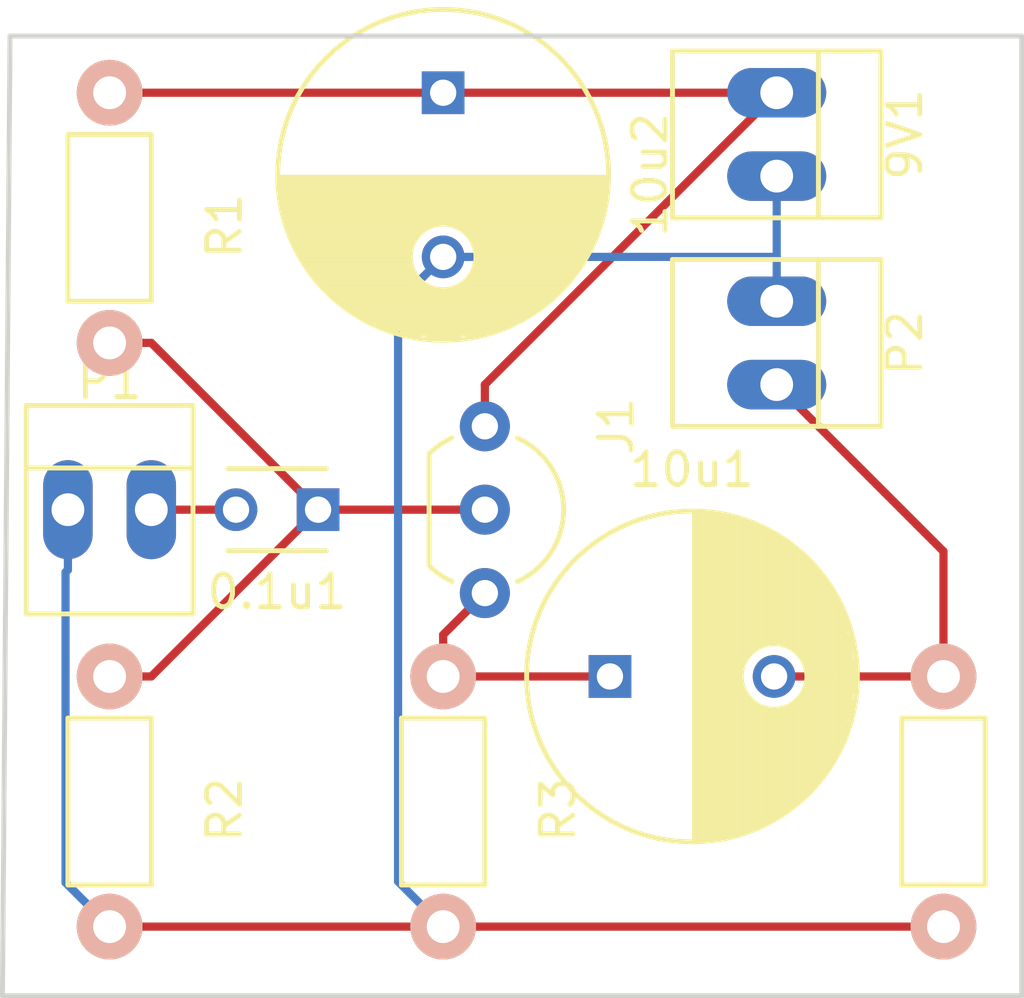
<source format=kicad_pcb>
(kicad_pcb (version 20171130) (host pcbnew "(5.1.12)-1")

  (general
    (thickness 1.6)
    (drawings 4)
    (tracks 28)
    (zones 0)
    (modules 11)
    (nets 7)
  )

  (page A4)
  (layers
    (0 F.Cu signal)
    (31 B.Cu signal)
    (32 B.Adhes user hide)
    (33 F.Adhes user hide)
    (34 B.Paste user hide)
    (35 F.Paste user hide)
    (36 B.SilkS user hide)
    (37 F.SilkS user hide)
    (38 B.Mask user hide)
    (39 F.Mask user hide)
    (40 Dwgs.User user hide)
    (41 Cmts.User user hide)
    (42 Eco1.User user hide)
    (43 Eco2.User user hide)
    (44 Edge.Cuts user)
    (45 Margin user hide)
    (46 B.CrtYd user hide)
    (47 F.CrtYd user hide)
    (48 B.Fab user hide)
    (49 F.Fab user hide)
  )

  (setup
    (last_trace_width 0.25)
    (trace_clearance 0.2)
    (zone_clearance 0.508)
    (zone_45_only no)
    (trace_min 0.2)
    (via_size 0.6)
    (via_drill 0.4)
    (via_min_size 0.4)
    (via_min_drill 0.3)
    (uvia_size 0.3)
    (uvia_drill 0.1)
    (uvias_allowed no)
    (uvia_min_size 0.2)
    (uvia_min_drill 0.1)
    (edge_width 0.15)
    (segment_width 0.2)
    (pcb_text_width 0.3)
    (pcb_text_size 1.5 1.5)
    (mod_edge_width 0.15)
    (mod_text_size 1 1)
    (mod_text_width 0.15)
    (pad_size 1.524 1.524)
    (pad_drill 0.762)
    (pad_to_mask_clearance 0.2)
    (aux_axis_origin 0 0)
    (visible_elements 7FFFFFFF)
    (pcbplotparams
      (layerselection 0x00030_80000001)
      (usegerberextensions false)
      (usegerberattributes true)
      (usegerberadvancedattributes true)
      (creategerberjobfile true)
      (excludeedgelayer true)
      (linewidth 0.100000)
      (plotframeref false)
      (viasonmask false)
      (mode 1)
      (useauxorigin false)
      (hpglpennumber 1)
      (hpglpenspeed 20)
      (hpglpendiameter 15.000000)
      (psnegative false)
      (psa4output false)
      (plotreference true)
      (plotvalue true)
      (plotinvisibletext false)
      (padsonsilk false)
      (subtractmaskfromsilk false)
      (outputformat 1)
      (mirror false)
      (drillshape 1)
      (scaleselection 1)
      (outputdirectory ""))
  )

  (net 0 "")
  (net 1 "Net-(0.1u1-Pad1)")
  (net 2 In)
  (net 3 "Net-(10u2-Pad1)")
  (net 4 GND)
  (net 5 "Net-(10u1-Pad1)")
  (net 6 Out)

  (net_class Default "Esta es la clase de red por defecto."
    (clearance 0.2)
    (trace_width 0.25)
    (via_dia 0.6)
    (via_drill 0.4)
    (uvia_dia 0.3)
    (uvia_drill 0.1)
    (add_net GND)
    (add_net In)
    (add_net "Net-(0.1u1-Pad1)")
    (add_net "Net-(10u1-Pad1)")
    (add_net "Net-(10u2-Pad1)")
    (add_net Out)
  )

  (module Capacitors_ThroughHole:C_Disc_D3_P2.5 (layer F.Cu) (tedit 0) (tstamp 5835B981)
    (at 124.15774 83.2358 180)
    (descr "Capacitor 3mm Disc, Pitch 2.5mm")
    (tags Capacitor)
    (path /5829EEEA)
    (fp_text reference 0.1u1 (at 1.25 -2.5 180) (layer F.SilkS)
      (effects (font (size 1 1) (thickness 0.15)))
    )
    (fp_text value C (at 1.25 2.5 180) (layer F.Fab)
      (effects (font (size 1 1) (thickness 0.15)))
    )
    (fp_line (start 2.75 1.25) (end -0.25 1.25) (layer F.SilkS) (width 0.15))
    (fp_line (start -0.25 -1.25) (end 2.75 -1.25) (layer F.SilkS) (width 0.15))
    (fp_line (start -0.9 1.5) (end -0.9 -1.5) (layer F.CrtYd) (width 0.05))
    (fp_line (start 3.4 1.5) (end -0.9 1.5) (layer F.CrtYd) (width 0.05))
    (fp_line (start 3.4 -1.5) (end 3.4 1.5) (layer F.CrtYd) (width 0.05))
    (fp_line (start -0.9 -1.5) (end 3.4 -1.5) (layer F.CrtYd) (width 0.05))
    (pad 1 thru_hole rect (at 0 0 180) (size 1.3 1.3) (drill 0.8) (layers *.Cu *.Mask)
      (net 1 "Net-(0.1u1-Pad1)"))
    (pad 2 thru_hole circle (at 2.5 0 180) (size 1.3 1.3) (drill 0.8001) (layers *.Cu *.Mask)
      (net 2 In))
    (model Capacitors_ThroughHole.3dshapes/C_Disc_D3_P2.5.wrl
      (offset (xyz 1.250000021226883 0 0))
      (scale (xyz 1 1 1))
      (rotate (xyz 0 0 0))
    )
  )

  (module Capacitors_ThroughHole:C_Radial_D10_L16_P5 (layer F.Cu) (tedit 0) (tstamp 5835B98D)
    (at 133.04774 88.3158)
    (descr "Radial Electrolytic Capacitor 10mm x Length 16mm, Pitch 5mm")
    (tags "Electrolytic Capacitor")
    (path /5829EF04)
    (fp_text reference 10u1 (at 2.5 -6.3) (layer F.SilkS)
      (effects (font (size 1 1) (thickness 0.15)))
    )
    (fp_text value CP1 (at 2.5 6.3) (layer F.Fab)
      (effects (font (size 1 1) (thickness 0.15)))
    )
    (fp_circle (center 2.5 0) (end 2.5 -5.3) (layer F.CrtYd) (width 0.05))
    (fp_circle (center 2.5 0) (end 2.5 -5.0375) (layer F.SilkS) (width 0.15))
    (fp_circle (center 5 0) (end 5 -1) (layer F.SilkS) (width 0.15))
    (fp_line (start 7.475 -0.499) (end 7.475 0.499) (layer F.SilkS) (width 0.15))
    (fp_line (start 7.335 -1.274) (end 7.335 1.274) (layer F.SilkS) (width 0.15))
    (fp_line (start 7.195 -1.72) (end 7.195 1.72) (layer F.SilkS) (width 0.15))
    (fp_line (start 7.055 -2.062) (end 7.055 2.062) (layer F.SilkS) (width 0.15))
    (fp_line (start 6.915 -2.347) (end 6.915 2.347) (layer F.SilkS) (width 0.15))
    (fp_line (start 6.775 -2.593) (end 6.775 2.593) (layer F.SilkS) (width 0.15))
    (fp_line (start 6.635 -2.811) (end 6.635 2.811) (layer F.SilkS) (width 0.15))
    (fp_line (start 6.495 -3.007) (end 6.495 3.007) (layer F.SilkS) (width 0.15))
    (fp_line (start 6.355 -3.184) (end 6.355 3.184) (layer F.SilkS) (width 0.15))
    (fp_line (start 6.215 -3.346) (end 6.215 3.346) (layer F.SilkS) (width 0.15))
    (fp_line (start 6.075 -3.496) (end 6.075 3.496) (layer F.SilkS) (width 0.15))
    (fp_line (start 5.935 0.355) (end 5.935 3.633) (layer F.SilkS) (width 0.15))
    (fp_line (start 5.935 -3.633) (end 5.935 -0.355) (layer F.SilkS) (width 0.15))
    (fp_line (start 5.795 0.607) (end 5.795 3.761) (layer F.SilkS) (width 0.15))
    (fp_line (start 5.795 -3.761) (end 5.795 -0.607) (layer F.SilkS) (width 0.15))
    (fp_line (start 5.655 0.756) (end 5.655 3.879) (layer F.SilkS) (width 0.15))
    (fp_line (start 5.655 -3.879) (end 5.655 -0.756) (layer F.SilkS) (width 0.15))
    (fp_line (start 5.515 0.857) (end 5.515 3.989) (layer F.SilkS) (width 0.15))
    (fp_line (start 5.515 -3.989) (end 5.515 -0.857) (layer F.SilkS) (width 0.15))
    (fp_line (start 5.375 0.927) (end 5.375 4.091) (layer F.SilkS) (width 0.15))
    (fp_line (start 5.375 -4.091) (end 5.375 -0.927) (layer F.SilkS) (width 0.15))
    (fp_line (start 5.235 0.972) (end 5.235 4.186) (layer F.SilkS) (width 0.15))
    (fp_line (start 5.235 -4.186) (end 5.235 -0.972) (layer F.SilkS) (width 0.15))
    (fp_line (start 5.095 0.995) (end 5.095 4.274) (layer F.SilkS) (width 0.15))
    (fp_line (start 5.095 -4.274) (end 5.095 -0.995) (layer F.SilkS) (width 0.15))
    (fp_line (start 4.955 0.999) (end 4.955 4.356) (layer F.SilkS) (width 0.15))
    (fp_line (start 4.955 -4.356) (end 4.955 -0.999) (layer F.SilkS) (width 0.15))
    (fp_line (start 4.815 0.983) (end 4.815 4.432) (layer F.SilkS) (width 0.15))
    (fp_line (start 4.815 -4.432) (end 4.815 -0.983) (layer F.SilkS) (width 0.15))
    (fp_line (start 4.675 0.946) (end 4.675 4.502) (layer F.SilkS) (width 0.15))
    (fp_line (start 4.675 -4.502) (end 4.675 -0.946) (layer F.SilkS) (width 0.15))
    (fp_line (start 4.535 0.885) (end 4.535 4.567) (layer F.SilkS) (width 0.15))
    (fp_line (start 4.535 -4.567) (end 4.535 -0.885) (layer F.SilkS) (width 0.15))
    (fp_line (start 4.395 0.796) (end 4.395 4.627) (layer F.SilkS) (width 0.15))
    (fp_line (start 4.395 -4.627) (end 4.395 -0.796) (layer F.SilkS) (width 0.15))
    (fp_line (start 4.255 0.667) (end 4.255 4.682) (layer F.SilkS) (width 0.15))
    (fp_line (start 4.255 -4.682) (end 4.255 -0.667) (layer F.SilkS) (width 0.15))
    (fp_line (start 4.115 0.466) (end 4.115 4.732) (layer F.SilkS) (width 0.15))
    (fp_line (start 4.115 -4.732) (end 4.115 -0.466) (layer F.SilkS) (width 0.15))
    (fp_line (start 3.975 -4.777) (end 3.975 4.777) (layer F.SilkS) (width 0.15))
    (fp_line (start 3.835 -4.818) (end 3.835 4.818) (layer F.SilkS) (width 0.15))
    (fp_line (start 3.695 -4.855) (end 3.695 4.855) (layer F.SilkS) (width 0.15))
    (fp_line (start 3.555 -4.887) (end 3.555 4.887) (layer F.SilkS) (width 0.15))
    (fp_line (start 3.415 -4.916) (end 3.415 4.916) (layer F.SilkS) (width 0.15))
    (fp_line (start 3.275 -4.94) (end 3.275 4.94) (layer F.SilkS) (width 0.15))
    (fp_line (start 3.135 -4.96) (end 3.135 4.96) (layer F.SilkS) (width 0.15))
    (fp_line (start 2.995 -4.975) (end 2.995 4.975) (layer F.SilkS) (width 0.15))
    (fp_line (start 2.855 -4.987) (end 2.855 4.987) (layer F.SilkS) (width 0.15))
    (fp_line (start 2.715 -4.995) (end 2.715 4.995) (layer F.SilkS) (width 0.15))
    (fp_line (start 2.575 -4.999) (end 2.575 4.999) (layer F.SilkS) (width 0.15))
    (pad 1 thru_hole rect (at 0 0) (size 1.3 1.3) (drill 0.8) (layers *.Cu *.Mask)
      (net 5 "Net-(10u1-Pad1)"))
    (pad 2 thru_hole circle (at 5 0) (size 1.3 1.3) (drill 0.8) (layers *.Cu *.Mask)
      (net 6 Out))
    (model Capacitors_ThroughHole.3dshapes/C_Radial_D10_L16_P5.wrl
      (offset (xyz 2.500000042453766 0 0))
      (scale (xyz 1 1 1))
      (rotate (xyz 0 0 90))
    )
  )

  (module Capacitors_ThroughHole:C_Radial_D10_L16_P5 (layer F.Cu) (tedit 0) (tstamp 5835B993)
    (at 127.96774 70.5358 270)
    (descr "Radial Electrolytic Capacitor 10mm x Length 16mm, Pitch 5mm")
    (tags "Electrolytic Capacitor")
    (path /5829EEFE)
    (fp_text reference 10u2 (at 2.5 -6.3 270) (layer F.SilkS)
      (effects (font (size 1 1) (thickness 0.15)))
    )
    (fp_text value CP2 (at 2.5 6.3 270) (layer F.Fab)
      (effects (font (size 1 1) (thickness 0.15)))
    )
    (fp_circle (center 2.5 0) (end 2.5 -5.3) (layer F.CrtYd) (width 0.05))
    (fp_circle (center 2.5 0) (end 2.5 -5.0375) (layer F.SilkS) (width 0.15))
    (fp_circle (center 5 0) (end 5 -1) (layer F.SilkS) (width 0.15))
    (fp_line (start 7.475 -0.499) (end 7.475 0.499) (layer F.SilkS) (width 0.15))
    (fp_line (start 7.335 -1.274) (end 7.335 1.274) (layer F.SilkS) (width 0.15))
    (fp_line (start 7.195 -1.72) (end 7.195 1.72) (layer F.SilkS) (width 0.15))
    (fp_line (start 7.055 -2.062) (end 7.055 2.062) (layer F.SilkS) (width 0.15))
    (fp_line (start 6.915 -2.347) (end 6.915 2.347) (layer F.SilkS) (width 0.15))
    (fp_line (start 6.775 -2.593) (end 6.775 2.593) (layer F.SilkS) (width 0.15))
    (fp_line (start 6.635 -2.811) (end 6.635 2.811) (layer F.SilkS) (width 0.15))
    (fp_line (start 6.495 -3.007) (end 6.495 3.007) (layer F.SilkS) (width 0.15))
    (fp_line (start 6.355 -3.184) (end 6.355 3.184) (layer F.SilkS) (width 0.15))
    (fp_line (start 6.215 -3.346) (end 6.215 3.346) (layer F.SilkS) (width 0.15))
    (fp_line (start 6.075 -3.496) (end 6.075 3.496) (layer F.SilkS) (width 0.15))
    (fp_line (start 5.935 0.355) (end 5.935 3.633) (layer F.SilkS) (width 0.15))
    (fp_line (start 5.935 -3.633) (end 5.935 -0.355) (layer F.SilkS) (width 0.15))
    (fp_line (start 5.795 0.607) (end 5.795 3.761) (layer F.SilkS) (width 0.15))
    (fp_line (start 5.795 -3.761) (end 5.795 -0.607) (layer F.SilkS) (width 0.15))
    (fp_line (start 5.655 0.756) (end 5.655 3.879) (layer F.SilkS) (width 0.15))
    (fp_line (start 5.655 -3.879) (end 5.655 -0.756) (layer F.SilkS) (width 0.15))
    (fp_line (start 5.515 0.857) (end 5.515 3.989) (layer F.SilkS) (width 0.15))
    (fp_line (start 5.515 -3.989) (end 5.515 -0.857) (layer F.SilkS) (width 0.15))
    (fp_line (start 5.375 0.927) (end 5.375 4.091) (layer F.SilkS) (width 0.15))
    (fp_line (start 5.375 -4.091) (end 5.375 -0.927) (layer F.SilkS) (width 0.15))
    (fp_line (start 5.235 0.972) (end 5.235 4.186) (layer F.SilkS) (width 0.15))
    (fp_line (start 5.235 -4.186) (end 5.235 -0.972) (layer F.SilkS) (width 0.15))
    (fp_line (start 5.095 0.995) (end 5.095 4.274) (layer F.SilkS) (width 0.15))
    (fp_line (start 5.095 -4.274) (end 5.095 -0.995) (layer F.SilkS) (width 0.15))
    (fp_line (start 4.955 0.999) (end 4.955 4.356) (layer F.SilkS) (width 0.15))
    (fp_line (start 4.955 -4.356) (end 4.955 -0.999) (layer F.SilkS) (width 0.15))
    (fp_line (start 4.815 0.983) (end 4.815 4.432) (layer F.SilkS) (width 0.15))
    (fp_line (start 4.815 -4.432) (end 4.815 -0.983) (layer F.SilkS) (width 0.15))
    (fp_line (start 4.675 0.946) (end 4.675 4.502) (layer F.SilkS) (width 0.15))
    (fp_line (start 4.675 -4.502) (end 4.675 -0.946) (layer F.SilkS) (width 0.15))
    (fp_line (start 4.535 0.885) (end 4.535 4.567) (layer F.SilkS) (width 0.15))
    (fp_line (start 4.535 -4.567) (end 4.535 -0.885) (layer F.SilkS) (width 0.15))
    (fp_line (start 4.395 0.796) (end 4.395 4.627) (layer F.SilkS) (width 0.15))
    (fp_line (start 4.395 -4.627) (end 4.395 -0.796) (layer F.SilkS) (width 0.15))
    (fp_line (start 4.255 0.667) (end 4.255 4.682) (layer F.SilkS) (width 0.15))
    (fp_line (start 4.255 -4.682) (end 4.255 -0.667) (layer F.SilkS) (width 0.15))
    (fp_line (start 4.115 0.466) (end 4.115 4.732) (layer F.SilkS) (width 0.15))
    (fp_line (start 4.115 -4.732) (end 4.115 -0.466) (layer F.SilkS) (width 0.15))
    (fp_line (start 3.975 -4.777) (end 3.975 4.777) (layer F.SilkS) (width 0.15))
    (fp_line (start 3.835 -4.818) (end 3.835 4.818) (layer F.SilkS) (width 0.15))
    (fp_line (start 3.695 -4.855) (end 3.695 4.855) (layer F.SilkS) (width 0.15))
    (fp_line (start 3.555 -4.887) (end 3.555 4.887) (layer F.SilkS) (width 0.15))
    (fp_line (start 3.415 -4.916) (end 3.415 4.916) (layer F.SilkS) (width 0.15))
    (fp_line (start 3.275 -4.94) (end 3.275 4.94) (layer F.SilkS) (width 0.15))
    (fp_line (start 3.135 -4.96) (end 3.135 4.96) (layer F.SilkS) (width 0.15))
    (fp_line (start 2.995 -4.975) (end 2.995 4.975) (layer F.SilkS) (width 0.15))
    (fp_line (start 2.855 -4.987) (end 2.855 4.987) (layer F.SilkS) (width 0.15))
    (fp_line (start 2.715 -4.995) (end 2.715 4.995) (layer F.SilkS) (width 0.15))
    (fp_line (start 2.575 -4.999) (end 2.575 4.999) (layer F.SilkS) (width 0.15))
    (pad 1 thru_hole rect (at 0 0 270) (size 1.3 1.3) (drill 0.8) (layers *.Cu *.Mask)
      (net 3 "Net-(10u2-Pad1)"))
    (pad 2 thru_hole circle (at 5 0 270) (size 1.3 1.3) (drill 0.8) (layers *.Cu *.Mask)
      (net 4 GND))
    (model Capacitors_ThroughHole.3dshapes/C_Radial_D10_L16_P5.wrl
      (offset (xyz 2.500000042453766 0 0))
      (scale (xyz 1 1 1))
      (rotate (xyz 0 0 90))
    )
  )

  (module TO_SOT_Packages_THT:TO-92_Inline_Wide (layer F.Cu) (tedit 54F242B4) (tstamp 5835B99A)
    (at 129.23774 80.6958 270)
    (descr "TO-92 leads in-line, wide, drill 0.8mm (see NXP sot054_po.pdf)")
    (tags "to-92 sc-43 sc-43a sot54 PA33 transistor")
    (path /5829EED2)
    (fp_text reference J1 (at 0 -4 90) (layer F.SilkS)
      (effects (font (size 1 1) (thickness 0.15)))
    )
    (fp_text value 2N5457 (at 0 3 270) (layer F.Fab)
      (effects (font (size 1 1) (thickness 0.15)))
    )
    (fp_line (start 6.1 1.95) (end 6.1 -2.65) (layer F.CrtYd) (width 0.05))
    (fp_line (start -1 -2.65) (end 6.1 -2.65) (layer F.CrtYd) (width 0.05))
    (fp_line (start 0.84 1.7) (end 4.24 1.7) (layer F.SilkS) (width 0.15))
    (fp_line (start -1 1.95) (end 6.1 1.95) (layer F.CrtYd) (width 0.05))
    (fp_line (start -1 1.95) (end -1 -2.65) (layer F.CrtYd) (width 0.05))
    (fp_arc (start 2.54 0) (end 0.84 1.7) (angle 20.5) (layer F.SilkS) (width 0.15))
    (fp_arc (start 2.54 0) (end 4.24 1.7) (angle -20.5) (layer F.SilkS) (width 0.15))
    (fp_arc (start 2.54 0) (end 2.54 -2.4) (angle -65.55604127) (layer F.SilkS) (width 0.15))
    (fp_arc (start 2.54 0) (end 2.54 -2.4) (angle 65.55604127) (layer F.SilkS) (width 0.15))
    (pad 2 thru_hole circle (at 2.54 0) (size 1.524 1.524) (drill 0.8) (layers *.Cu *.Mask)
      (net 1 "Net-(0.1u1-Pad1)"))
    (pad 3 thru_hole circle (at 5.08 0) (size 1.524 1.524) (drill 0.8) (layers *.Cu *.Mask)
      (net 5 "Net-(10u1-Pad1)"))
    (pad 1 thru_hole circle (at 0 0) (size 1.524 1.524) (drill 0.8) (layers *.Cu *.Mask)
      (net 3 "Net-(10u2-Pad1)"))
    (model TO_SOT_Packages_THT.3dshapes/TO-92_Inline_Wide.wrl
      (offset (xyz 2.539999961853027 0 0))
      (scale (xyz 1 1 1))
      (rotate (xyz 0 0 -90))
    )
  )

  (module Resistors_ThroughHole:Resistor_Horizontal_RM7mm (layer F.Cu) (tedit 569FCF07) (tstamp 5835B9A0)
    (at 117.80774 70.5358 270)
    (descr "Resistor, Axial,  RM 7.62mm, 1/3W,")
    (tags "Resistor Axial RM 7.62mm 1/3W R3")
    (path /5829EEDE)
    (fp_text reference R1 (at 4.05892 -3.50012 270) (layer F.SilkS)
      (effects (font (size 1 1) (thickness 0.15)))
    )
    (fp_text value 22M (at 3.81 3.81 270) (layer F.Fab)
      (effects (font (size 1 1) (thickness 0.15)))
    )
    (fp_line (start 1.27 1.27) (end 1.27 -1.27) (layer F.SilkS) (width 0.15))
    (fp_line (start 6.35 1.27) (end 1.27 1.27) (layer F.SilkS) (width 0.15))
    (fp_line (start 6.35 -1.27) (end 6.35 1.27) (layer F.SilkS) (width 0.15))
    (fp_line (start 1.27 -1.27) (end 6.35 -1.27) (layer F.SilkS) (width 0.15))
    (fp_line (start -1.25 1.5) (end 8.85 1.5) (layer F.CrtYd) (width 0.05))
    (fp_line (start 8.85 -1.5) (end 8.85 1.5) (layer F.CrtYd) (width 0.05))
    (fp_line (start -1.25 1.5) (end -1.25 -1.5) (layer F.CrtYd) (width 0.05))
    (fp_line (start -1.25 -1.5) (end 8.85 -1.5) (layer F.CrtYd) (width 0.05))
    (pad 1 thru_hole circle (at 0 0 270) (size 1.99898 1.99898) (drill 1.00076) (layers *.Cu *.SilkS *.Mask)
      (net 3 "Net-(10u2-Pad1)"))
    (pad 2 thru_hole circle (at 7.62 0 270) (size 1.99898 1.99898) (drill 1.00076) (layers *.Cu *.SilkS *.Mask)
      (net 1 "Net-(0.1u1-Pad1)"))
  )

  (module Resistors_ThroughHole:Resistor_Horizontal_RM7mm (layer F.Cu) (tedit 569FCF07) (tstamp 5835B9A6)
    (at 117.80774 88.3158 270)
    (descr "Resistor, Axial,  RM 7.62mm, 1/3W,")
    (tags "Resistor Axial RM 7.62mm 1/3W R3")
    (path /5829EEE4)
    (fp_text reference R2 (at 4.05892 -3.50012 270) (layer F.SilkS)
      (effects (font (size 1 1) (thickness 0.15)))
    )
    (fp_text value 22M (at 3.81 3.81 270) (layer F.Fab)
      (effects (font (size 1 1) (thickness 0.15)))
    )
    (fp_line (start 1.27 1.27) (end 1.27 -1.27) (layer F.SilkS) (width 0.15))
    (fp_line (start 6.35 1.27) (end 1.27 1.27) (layer F.SilkS) (width 0.15))
    (fp_line (start 6.35 -1.27) (end 6.35 1.27) (layer F.SilkS) (width 0.15))
    (fp_line (start 1.27 -1.27) (end 6.35 -1.27) (layer F.SilkS) (width 0.15))
    (fp_line (start -1.25 1.5) (end 8.85 1.5) (layer F.CrtYd) (width 0.05))
    (fp_line (start 8.85 -1.5) (end 8.85 1.5) (layer F.CrtYd) (width 0.05))
    (fp_line (start -1.25 1.5) (end -1.25 -1.5) (layer F.CrtYd) (width 0.05))
    (fp_line (start -1.25 -1.5) (end 8.85 -1.5) (layer F.CrtYd) (width 0.05))
    (pad 1 thru_hole circle (at 0 0 270) (size 1.99898 1.99898) (drill 1.00076) (layers *.Cu *.SilkS *.Mask)
      (net 1 "Net-(0.1u1-Pad1)"))
    (pad 2 thru_hole circle (at 7.62 0 270) (size 1.99898 1.99898) (drill 1.00076) (layers *.Cu *.SilkS *.Mask)
      (net 4 GND))
  )

  (module Resistors_ThroughHole:Resistor_Horizontal_RM7mm (layer F.Cu) (tedit 569FCF07) (tstamp 5835B9AC)
    (at 127.96774 88.3158 270)
    (descr "Resistor, Axial,  RM 7.62mm, 1/3W,")
    (tags "Resistor Axial RM 7.62mm 1/3W R3")
    (path /5829EED8)
    (fp_text reference R3 (at 4.05892 -3.50012 270) (layer F.SilkS)
      (effects (font (size 1 1) (thickness 0.15)))
    )
    (fp_text value 10k (at 3.81 3.81 270) (layer F.Fab)
      (effects (font (size 1 1) (thickness 0.15)))
    )
    (fp_line (start 1.27 1.27) (end 1.27 -1.27) (layer F.SilkS) (width 0.15))
    (fp_line (start 6.35 1.27) (end 1.27 1.27) (layer F.SilkS) (width 0.15))
    (fp_line (start 6.35 -1.27) (end 6.35 1.27) (layer F.SilkS) (width 0.15))
    (fp_line (start 1.27 -1.27) (end 6.35 -1.27) (layer F.SilkS) (width 0.15))
    (fp_line (start -1.25 1.5) (end 8.85 1.5) (layer F.CrtYd) (width 0.05))
    (fp_line (start 8.85 -1.5) (end 8.85 1.5) (layer F.CrtYd) (width 0.05))
    (fp_line (start -1.25 1.5) (end -1.25 -1.5) (layer F.CrtYd) (width 0.05))
    (fp_line (start -1.25 -1.5) (end 8.85 -1.5) (layer F.CrtYd) (width 0.05))
    (pad 1 thru_hole circle (at 0 0 270) (size 1.99898 1.99898) (drill 1.00076) (layers *.Cu *.SilkS *.Mask)
      (net 5 "Net-(10u1-Pad1)"))
    (pad 2 thru_hole circle (at 7.62 0 270) (size 1.99898 1.99898) (drill 1.00076) (layers *.Cu *.SilkS *.Mask)
      (net 4 GND))
  )

  (module Resistors_ThroughHole:Resistor_Horizontal_RM7mm (layer F.Cu) (tedit 569FCF07) (tstamp 5835B9B2)
    (at 143.20774 88.3158 270)
    (descr "Resistor, Axial,  RM 7.62mm, 1/3W,")
    (tags "Resistor Axial RM 7.62mm 1/3W R3")
    (path /5829EEF1)
    (fp_text reference R4 (at 4.05892 -3.50012 270) (layer F.SilkS)
      (effects (font (size 1 1) (thickness 0.15)))
    )
    (fp_text value 100k (at 3.81 3.81 270) (layer F.Fab)
      (effects (font (size 1 1) (thickness 0.15)))
    )
    (fp_line (start 1.27 1.27) (end 1.27 -1.27) (layer F.SilkS) (width 0.15))
    (fp_line (start 6.35 1.27) (end 1.27 1.27) (layer F.SilkS) (width 0.15))
    (fp_line (start 6.35 -1.27) (end 6.35 1.27) (layer F.SilkS) (width 0.15))
    (fp_line (start 1.27 -1.27) (end 6.35 -1.27) (layer F.SilkS) (width 0.15))
    (fp_line (start -1.25 1.5) (end 8.85 1.5) (layer F.CrtYd) (width 0.05))
    (fp_line (start 8.85 -1.5) (end 8.85 1.5) (layer F.CrtYd) (width 0.05))
    (fp_line (start -1.25 1.5) (end -1.25 -1.5) (layer F.CrtYd) (width 0.05))
    (fp_line (start -1.25 -1.5) (end 8.85 -1.5) (layer F.CrtYd) (width 0.05))
    (pad 1 thru_hole circle (at 0 0 270) (size 1.99898 1.99898) (drill 1.00076) (layers *.Cu *.SilkS *.Mask)
      (net 6 Out))
    (pad 2 thru_hole circle (at 7.62 0 270) (size 1.99898 1.99898) (drill 1.00076) (layers *.Cu *.SilkS *.Mask)
      (net 4 GND))
  )

  (module Connect:PINHEAD1-2 (layer F.Cu) (tedit 0) (tstamp 5835B987)
    (at 138.12774 71.8058 270)
    (path /5829EEF8)
    (attr virtual)
    (fp_text reference 9V1 (at 0 -3.9 270) (layer F.SilkS)
      (effects (font (size 1 1) (thickness 0.15)))
    )
    (fp_text value Vdd (at 0 3.81 270) (layer F.Fab)
      (effects (font (size 1 1) (thickness 0.15)))
    )
    (fp_line (start 2.54 -3.175) (end 2.54 3.175) (layer F.SilkS) (width 0.15))
    (fp_line (start -2.54 -3.175) (end -2.54 3.175) (layer F.SilkS) (width 0.15))
    (fp_line (start -2.54 -3.175) (end 2.54 -3.175) (layer F.SilkS) (width 0.15))
    (fp_line (start 2.54 3.175) (end -2.54 3.175) (layer F.SilkS) (width 0.15))
    (fp_line (start 2.54 -1.27) (end -2.54 -1.27) (layer F.SilkS) (width 0.15))
    (pad 1 thru_hole oval (at -1.27 0 270) (size 1.50622 3.01498) (drill 0.99822) (layers *.Cu *.Mask)
      (net 3 "Net-(10u2-Pad1)"))
    (pad 2 thru_hole oval (at 1.27 0 270) (size 1.50622 3.01498) (drill 0.99822) (layers *.Cu *.Mask)
      (net 4 GND))
  )

  (module Connect:PINHEAD1-2 (layer F.Cu) (tedit 0) (tstamp 5835CBDB)
    (at 117.80774 83.2358)
    (path /5835C9EA)
    (attr virtual)
    (fp_text reference P1 (at 0 -3.9) (layer F.SilkS)
      (effects (font (size 1 1) (thickness 0.15)))
    )
    (fp_text value IN (at 0 3.81) (layer F.Fab)
      (effects (font (size 1 1) (thickness 0.15)))
    )
    (fp_line (start 2.54 -3.175) (end 2.54 3.175) (layer F.SilkS) (width 0.15))
    (fp_line (start -2.54 -3.175) (end -2.54 3.175) (layer F.SilkS) (width 0.15))
    (fp_line (start -2.54 -3.175) (end 2.54 -3.175) (layer F.SilkS) (width 0.15))
    (fp_line (start 2.54 3.175) (end -2.54 3.175) (layer F.SilkS) (width 0.15))
    (fp_line (start 2.54 -1.27) (end -2.54 -1.27) (layer F.SilkS) (width 0.15))
    (pad 1 thru_hole oval (at -1.27 0) (size 1.50622 3.01498) (drill 0.99822) (layers *.Cu *.Mask)
      (net 4 GND))
    (pad 2 thru_hole oval (at 1.27 0) (size 1.50622 3.01498) (drill 0.99822) (layers *.Cu *.Mask)
      (net 2 In))
  )

  (module Connect:PINHEAD1-2 (layer F.Cu) (tedit 0) (tstamp 5835CBE1)
    (at 138.12774 78.1558 270)
    (path /5835CCE5)
    (attr virtual)
    (fp_text reference P2 (at 0 -3.9 270) (layer F.SilkS)
      (effects (font (size 1 1) (thickness 0.15)))
    )
    (fp_text value OUT (at 0 3.81 270) (layer F.Fab)
      (effects (font (size 1 1) (thickness 0.15)))
    )
    (fp_line (start 2.54 -3.175) (end 2.54 3.175) (layer F.SilkS) (width 0.15))
    (fp_line (start -2.54 -3.175) (end -2.54 3.175) (layer F.SilkS) (width 0.15))
    (fp_line (start -2.54 -3.175) (end 2.54 -3.175) (layer F.SilkS) (width 0.15))
    (fp_line (start 2.54 3.175) (end -2.54 3.175) (layer F.SilkS) (width 0.15))
    (fp_line (start 2.54 -1.27) (end -2.54 -1.27) (layer F.SilkS) (width 0.15))
    (pad 1 thru_hole oval (at -1.27 0 270) (size 1.50622 3.01498) (drill 0.99822) (layers *.Cu *.Mask)
      (net 4 GND))
    (pad 2 thru_hole oval (at 1.27 0 270) (size 1.50622 3.01498) (drill 0.99822) (layers *.Cu *.Mask)
      (net 6 Out))
  )

  (gr_line (start 114.54384 98.04146) (end 114.77498 68.8086) (layer Edge.Cuts) (width 0.15) (tstamp 65372BD9))
  (gr_line (start 145.59026 98.04146) (end 114.54384 98.04146) (layer Edge.Cuts) (width 0.15))
  (gr_line (start 145.59026 68.8086) (end 145.59026 98.04146) (layer Edge.Cuts) (width 0.15))
  (gr_line (start 114.77498 68.8086) (end 145.59026 68.8086) (layer Edge.Cuts) (width 0.15))

  (segment (start 124.15774 83.2358) (end 129.23774 83.2358) (width 0.25) (layer F.Cu) (net 1))
  (segment (start 117.80774 78.1558) (end 119.07774 78.1558) (width 0.25) (layer F.Cu) (net 1))
  (segment (start 119.07774 78.1558) (end 124.15774 83.2358) (width 0.25) (layer F.Cu) (net 1))
  (segment (start 117.80774 88.3158) (end 119.07774 88.3158) (width 0.25) (layer F.Cu) (net 1))
  (segment (start 119.07774 88.3158) (end 124.15774 83.2358) (width 0.25) (layer F.Cu) (net 1))
  (segment (start 119.07774 83.2358) (end 121.65774 83.2358) (width 0.25) (layer F.Cu) (net 2))
  (segment (start 117.80774 70.5358) (end 127.96774 70.5358) (width 0.25) (layer F.Cu) (net 3))
  (segment (start 127.96774 70.5358) (end 138.12774 70.5358) (width 0.25) (layer F.Cu) (net 3))
  (segment (start 129.23774 80.6958) (end 129.23774 79.4258) (width 0.25) (layer F.Cu) (net 3))
  (segment (start 129.23774 79.4258) (end 138.12774 70.5358) (width 0.25) (layer F.Cu) (net 3))
  (segment (start 127.96774 95.9358) (end 126.59384 94.5619) (width 0.25) (layer B.Cu) (net 4))
  (segment (start 126.59384 94.5619) (end 126.59384 76.9097) (width 0.25) (layer B.Cu) (net 4))
  (segment (start 126.59384 76.9097) (end 127.96774 75.5358) (width 0.25) (layer B.Cu) (net 4))
  (segment (start 127.96774 95.9358) (end 117.80774 95.9358) (width 0.25) (layer F.Cu) (net 4))
  (segment (start 143.20774 95.9358) (end 127.96774 95.9358) (width 0.25) (layer F.Cu) (net 4))
  (segment (start 138.12774 75.5358) (end 138.12774 73.0758) (width 0.25) (layer B.Cu) (net 4))
  (segment (start 138.12774 76.8858) (end 138.12774 75.5358) (width 0.25) (layer B.Cu) (net 4))
  (segment (start 138.12774 75.5358) (end 127.96774 75.5358) (width 0.25) (layer B.Cu) (net 4))
  (segment (start 116.53774 83.2358) (end 116.53774 85.0684) (width 0.25) (layer B.Cu) (net 4))
  (segment (start 116.53774 85.0684) (end 116.46514 85.141) (width 0.25) (layer B.Cu) (net 4))
  (segment (start 116.46514 85.141) (end 116.46514 94.5932) (width 0.25) (layer B.Cu) (net 4))
  (segment (start 116.46514 94.5932) (end 117.80774 95.9358) (width 0.25) (layer B.Cu) (net 4))
  (segment (start 133.04774 88.3158) (end 127.96774 88.3158) (width 0.25) (layer F.Cu) (net 5))
  (segment (start 127.96774 88.3158) (end 127.96774 87.0458) (width 0.25) (layer F.Cu) (net 5))
  (segment (start 127.96774 87.0458) (end 129.23774 85.7758) (width 0.25) (layer F.Cu) (net 5))
  (segment (start 143.20774 88.3158) (end 138.04774 88.3158) (width 0.25) (layer F.Cu) (net 6))
  (segment (start 143.20774 88.3158) (end 143.20774 84.5058) (width 0.25) (layer F.Cu) (net 6))
  (segment (start 143.20774 84.5058) (end 138.12774 79.4258) (width 0.25) (layer F.Cu) (net 6))

)

</source>
